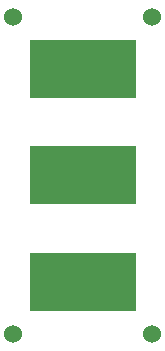
<source format=gbr>
G04*
G04 #@! TF.GenerationSoftware,Altium Limited,Altium Designer,23.11.1 (41)*
G04*
G04 Layer_Color=255*
%FSLAX44Y44*%
%MOMM*%
G71*
G04*
G04 #@! TF.SameCoordinates,D4B6ECC5-B607-4844-A390-64D59AB080A4*
G04*
G04*
G04 #@! TF.FilePolarity,Positive*
G04*
G01*
G75*
%ADD28C,1.5240*%
%ADD31R,9.0000X5.0000*%
D28*
X134000Y284000D02*
D03*
X16000D02*
D03*
X134000Y16000D02*
D03*
X16000D02*
D03*
D31*
X75000Y60000D02*
D03*
Y240000D02*
D03*
Y150000D02*
D03*
M02*

</source>
